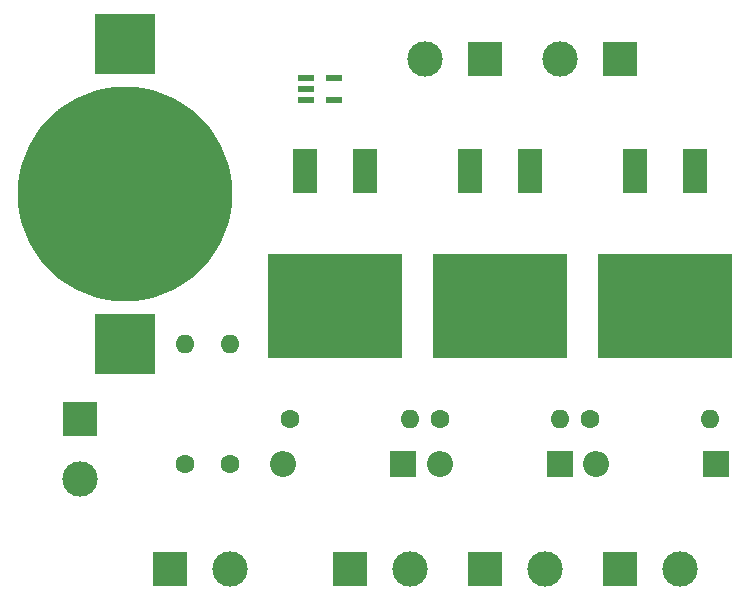
<source format=gbr>
%TF.GenerationSoftware,KiCad,Pcbnew,(5.1.10)-1*%
%TF.CreationDate,2022-01-12T13:36:28-08:00*%
%TF.ProjectId,killswitch,6b696c6c-7377-4697-9463-682e6b696361,rev?*%
%TF.SameCoordinates,Original*%
%TF.FileFunction,Soldermask,Top*%
%TF.FilePolarity,Negative*%
%FSLAX46Y46*%
G04 Gerber Fmt 4.6, Leading zero omitted, Abs format (unit mm)*
G04 Created by KiCad (PCBNEW (5.1.10)-1) date 2022-01-12 13:36:28*
%MOMM*%
%LPD*%
G01*
G04 APERTURE LIST*
%ADD10C,0.127000*%
%ADD11O,2.200000X2.200000*%
%ADD12R,2.200000X2.200000*%
%ADD13R,3.000000X3.000000*%
%ADD14C,3.000000*%
%ADD15R,11.430000X8.890000*%
%ADD16R,2.080000X3.810000*%
%ADD17C,1.600000*%
%ADD18O,1.600000X1.600000*%
%ADD19R,4.064000X4.064000*%
%ADD20R,5.080000X5.080000*%
%ADD21R,1.473200X0.558800*%
G04 APERTURE END LIST*
D10*
%TO.C,U1*%
G36*
X140970000Y-81390000D02*
G01*
X140499000Y-81378000D01*
X140029000Y-81341000D01*
X139562000Y-81279000D01*
X139099000Y-81193000D01*
X138641000Y-81083000D01*
X138189000Y-80950000D01*
X137745000Y-80792000D01*
X137309000Y-80612000D01*
X136884000Y-80409000D01*
X136470000Y-80184000D01*
X136068000Y-79938000D01*
X135680000Y-79671000D01*
X135306000Y-79384000D01*
X134948000Y-79078000D01*
X134606000Y-78754000D01*
X134282000Y-78412000D01*
X133976000Y-78054000D01*
X133689000Y-77680000D01*
X133422000Y-77292000D01*
X133176000Y-76890000D01*
X132951000Y-76476000D01*
X132748000Y-76051000D01*
X132568000Y-75615000D01*
X132410000Y-75171000D01*
X132277000Y-74719000D01*
X132167000Y-74261000D01*
X132081000Y-73798000D01*
X132019000Y-73331000D01*
X131982000Y-72861000D01*
X131970000Y-72390000D01*
X131982000Y-71919000D01*
X132019000Y-71449000D01*
X132081000Y-70982000D01*
X132167000Y-70519000D01*
X132277000Y-70061000D01*
X132410000Y-69609000D01*
X132568000Y-69165000D01*
X132748000Y-68729000D01*
X132951000Y-68304000D01*
X133176000Y-67890000D01*
X133422000Y-67488000D01*
X133689000Y-67100000D01*
X133976000Y-66726000D01*
X134282000Y-66368000D01*
X134606000Y-66026000D01*
X134948000Y-65702000D01*
X135306000Y-65396000D01*
X135680000Y-65109000D01*
X136068000Y-64842000D01*
X136470000Y-64596000D01*
X136884000Y-64371000D01*
X137309000Y-64168000D01*
X137745000Y-63988000D01*
X138189000Y-63830000D01*
X138641000Y-63697000D01*
X139099000Y-63587000D01*
X139562000Y-63501000D01*
X140029000Y-63439000D01*
X140499000Y-63402000D01*
X140970000Y-63390000D01*
X141441000Y-63402000D01*
X141911000Y-63439000D01*
X142378000Y-63501000D01*
X142841000Y-63587000D01*
X143299000Y-63697000D01*
X143751000Y-63830000D01*
X144195000Y-63988000D01*
X144631000Y-64168000D01*
X145056000Y-64371000D01*
X145470000Y-64596000D01*
X145872000Y-64842000D01*
X146260000Y-65109000D01*
X146634000Y-65396000D01*
X146992000Y-65702000D01*
X147334000Y-66026000D01*
X147658000Y-66368000D01*
X147964000Y-66726000D01*
X148251000Y-67100000D01*
X148518000Y-67488000D01*
X148764000Y-67890000D01*
X148989000Y-68304000D01*
X149192000Y-68729000D01*
X149372000Y-69165000D01*
X149530000Y-69609000D01*
X149663000Y-70061000D01*
X149773000Y-70519000D01*
X149859000Y-70982000D01*
X149921000Y-71449000D01*
X149958000Y-71919000D01*
X149970000Y-72390000D01*
X149958000Y-72861000D01*
X149921000Y-73331000D01*
X149859000Y-73798000D01*
X149773000Y-74261000D01*
X149663000Y-74719000D01*
X149530000Y-75171000D01*
X149372000Y-75615000D01*
X149192000Y-76051000D01*
X148989000Y-76476000D01*
X148764000Y-76890000D01*
X148518000Y-77292000D01*
X148251000Y-77680000D01*
X147964000Y-78054000D01*
X147658000Y-78412000D01*
X147334000Y-78754000D01*
X146992000Y-79078000D01*
X146634000Y-79384000D01*
X146260000Y-79671000D01*
X145872000Y-79938000D01*
X145470000Y-80184000D01*
X145056000Y-80409000D01*
X144631000Y-80612000D01*
X144195000Y-80792000D01*
X143751000Y-80950000D01*
X143299000Y-81083000D01*
X142841000Y-81193000D01*
X142378000Y-81279000D01*
X141911000Y-81341000D01*
X141441000Y-81378000D01*
X140970000Y-81390000D01*
G37*
X140970000Y-81390000D02*
X140499000Y-81378000D01*
X140029000Y-81341000D01*
X139562000Y-81279000D01*
X139099000Y-81193000D01*
X138641000Y-81083000D01*
X138189000Y-80950000D01*
X137745000Y-80792000D01*
X137309000Y-80612000D01*
X136884000Y-80409000D01*
X136470000Y-80184000D01*
X136068000Y-79938000D01*
X135680000Y-79671000D01*
X135306000Y-79384000D01*
X134948000Y-79078000D01*
X134606000Y-78754000D01*
X134282000Y-78412000D01*
X133976000Y-78054000D01*
X133689000Y-77680000D01*
X133422000Y-77292000D01*
X133176000Y-76890000D01*
X132951000Y-76476000D01*
X132748000Y-76051000D01*
X132568000Y-75615000D01*
X132410000Y-75171000D01*
X132277000Y-74719000D01*
X132167000Y-74261000D01*
X132081000Y-73798000D01*
X132019000Y-73331000D01*
X131982000Y-72861000D01*
X131970000Y-72390000D01*
X131982000Y-71919000D01*
X132019000Y-71449000D01*
X132081000Y-70982000D01*
X132167000Y-70519000D01*
X132277000Y-70061000D01*
X132410000Y-69609000D01*
X132568000Y-69165000D01*
X132748000Y-68729000D01*
X132951000Y-68304000D01*
X133176000Y-67890000D01*
X133422000Y-67488000D01*
X133689000Y-67100000D01*
X133976000Y-66726000D01*
X134282000Y-66368000D01*
X134606000Y-66026000D01*
X134948000Y-65702000D01*
X135306000Y-65396000D01*
X135680000Y-65109000D01*
X136068000Y-64842000D01*
X136470000Y-64596000D01*
X136884000Y-64371000D01*
X137309000Y-64168000D01*
X137745000Y-63988000D01*
X138189000Y-63830000D01*
X138641000Y-63697000D01*
X139099000Y-63587000D01*
X139562000Y-63501000D01*
X140029000Y-63439000D01*
X140499000Y-63402000D01*
X140970000Y-63390000D01*
X141441000Y-63402000D01*
X141911000Y-63439000D01*
X142378000Y-63501000D01*
X142841000Y-63587000D01*
X143299000Y-63697000D01*
X143751000Y-63830000D01*
X144195000Y-63988000D01*
X144631000Y-64168000D01*
X145056000Y-64371000D01*
X145470000Y-64596000D01*
X145872000Y-64842000D01*
X146260000Y-65109000D01*
X146634000Y-65396000D01*
X146992000Y-65702000D01*
X147334000Y-66026000D01*
X147658000Y-66368000D01*
X147964000Y-66726000D01*
X148251000Y-67100000D01*
X148518000Y-67488000D01*
X148764000Y-67890000D01*
X148989000Y-68304000D01*
X149192000Y-68729000D01*
X149372000Y-69165000D01*
X149530000Y-69609000D01*
X149663000Y-70061000D01*
X149773000Y-70519000D01*
X149859000Y-70982000D01*
X149921000Y-71449000D01*
X149958000Y-71919000D01*
X149970000Y-72390000D01*
X149958000Y-72861000D01*
X149921000Y-73331000D01*
X149859000Y-73798000D01*
X149773000Y-74261000D01*
X149663000Y-74719000D01*
X149530000Y-75171000D01*
X149372000Y-75615000D01*
X149192000Y-76051000D01*
X148989000Y-76476000D01*
X148764000Y-76890000D01*
X148518000Y-77292000D01*
X148251000Y-77680000D01*
X147964000Y-78054000D01*
X147658000Y-78412000D01*
X147334000Y-78754000D01*
X146992000Y-79078000D01*
X146634000Y-79384000D01*
X146260000Y-79671000D01*
X145872000Y-79938000D01*
X145470000Y-80184000D01*
X145056000Y-80409000D01*
X144631000Y-80612000D01*
X144195000Y-80792000D01*
X143751000Y-80950000D01*
X143299000Y-81083000D01*
X142841000Y-81193000D01*
X142378000Y-81279000D01*
X141911000Y-81341000D01*
X141441000Y-81378000D01*
X140970000Y-81390000D01*
%TD*%
D11*
%TO.C,D1*%
X154340000Y-95250000D03*
D12*
X164500000Y-95250000D03*
%TD*%
D11*
%TO.C,D2*%
X167640000Y-95250000D03*
D12*
X177800000Y-95250000D03*
%TD*%
%TO.C,D3*%
X191000000Y-95250000D03*
D11*
X180840000Y-95250000D03*
%TD*%
D13*
%TO.C,J1*%
X160020000Y-104140000D03*
D14*
X165100000Y-104140000D03*
%TD*%
%TO.C,J2*%
X166395400Y-60960000D03*
D13*
X171475400Y-60960000D03*
%TD*%
D14*
%TO.C,J4*%
X176530000Y-104140000D03*
D13*
X171450000Y-104140000D03*
%TD*%
%TO.C,J5*%
X182880000Y-104140000D03*
D14*
X187960000Y-104140000D03*
%TD*%
D15*
%TO.C,N-MOSFET1*%
X158750000Y-81915000D03*
D16*
X156210000Y-70485000D03*
X161290000Y-70485000D03*
%TD*%
%TO.C,N-MOSFET2*%
X189230000Y-70485000D03*
X184150000Y-70485000D03*
D15*
X186690000Y-81915000D03*
%TD*%
%TO.C,N-MOSFET3*%
X172720000Y-81915000D03*
D16*
X170180000Y-70485000D03*
X175260000Y-70485000D03*
%TD*%
D14*
%TO.C,SoftStop*%
X137160000Y-96494600D03*
D13*
X137160000Y-91414600D03*
%TD*%
%TO.C,HardStop*%
X144780000Y-104140000D03*
D14*
X149860000Y-104140000D03*
%TD*%
D17*
%TO.C,R1*%
X149860000Y-95250000D03*
D18*
X149860000Y-85090000D03*
%TD*%
D17*
%TO.C,R2*%
X146050000Y-95250000D03*
D18*
X146050000Y-85090000D03*
%TD*%
%TO.C,R3*%
X165100000Y-91440000D03*
D17*
X154940000Y-91440000D03*
%TD*%
%TO.C,R4*%
X167640000Y-91440000D03*
D18*
X177800000Y-91440000D03*
%TD*%
%TO.C,R5*%
X190500000Y-91440000D03*
D17*
X180340000Y-91440000D03*
%TD*%
D19*
%TO.C,U1*%
X140970000Y-72390000D03*
D20*
X140970000Y-85090000D03*
X140970000Y-59690000D03*
%TD*%
D21*
%TO.C,U2*%
X158673800Y-62549999D03*
X158673800Y-64450001D03*
X156286200Y-64450001D03*
X156286200Y-63500000D03*
X156286200Y-62549999D03*
%TD*%
D14*
%TO.C,J3*%
X177825400Y-60960000D03*
D13*
X182905400Y-60960000D03*
%TD*%
M02*

</source>
